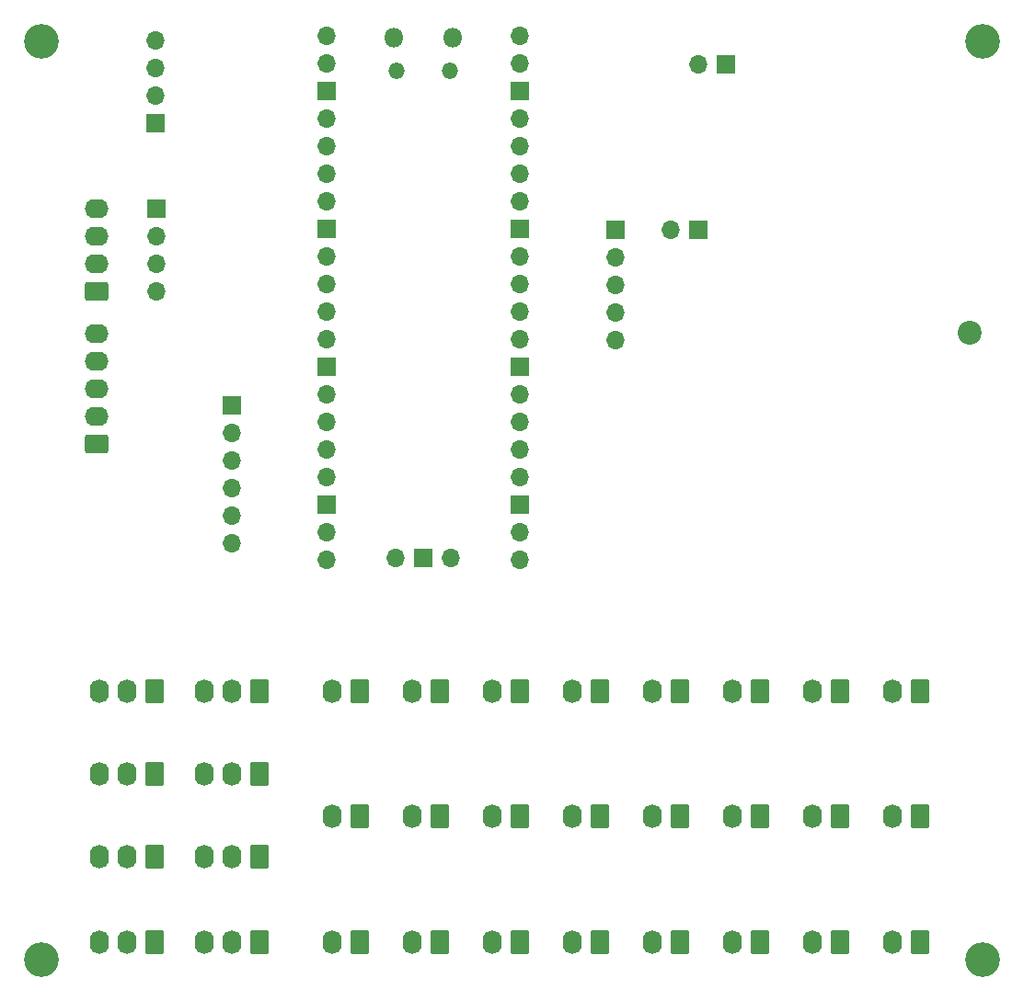
<source format=gbs>
%TF.GenerationSoftware,KiCad,Pcbnew,8.0.2*%
%TF.CreationDate,2024-05-29T13:58:31+02:00*%
%TF.ProjectId,porscheMuehk,706f7273-6368-4654-9d75-65686b2e6b69,rev?*%
%TF.SameCoordinates,Original*%
%TF.FileFunction,Soldermask,Bot*%
%TF.FilePolarity,Negative*%
%FSLAX46Y46*%
G04 Gerber Fmt 4.6, Leading zero omitted, Abs format (unit mm)*
G04 Created by KiCad (PCBNEW 8.0.2) date 2024-05-29 13:58:31*
%MOMM*%
%LPD*%
G01*
G04 APERTURE LIST*
G04 Aperture macros list*
%AMRoundRect*
0 Rectangle with rounded corners*
0 $1 Rounding radius*
0 $2 $3 $4 $5 $6 $7 $8 $9 X,Y pos of 4 corners*
0 Add a 4 corners polygon primitive as box body*
4,1,4,$2,$3,$4,$5,$6,$7,$8,$9,$2,$3,0*
0 Add four circle primitives for the rounded corners*
1,1,$1+$1,$2,$3*
1,1,$1+$1,$4,$5*
1,1,$1+$1,$6,$7*
1,1,$1+$1,$8,$9*
0 Add four rect primitives between the rounded corners*
20,1,$1+$1,$2,$3,$4,$5,0*
20,1,$1+$1,$4,$5,$6,$7,0*
20,1,$1+$1,$6,$7,$8,$9,0*
20,1,$1+$1,$8,$9,$2,$3,0*%
G04 Aperture macros list end*
%ADD10RoundRect,0.250000X0.620000X0.845000X-0.620000X0.845000X-0.620000X-0.845000X0.620000X-0.845000X0*%
%ADD11O,1.740000X2.190000*%
%ADD12C,3.200000*%
%ADD13C,2.200000*%
%ADD14R,1.700000X1.700000*%
%ADD15O,1.700000X1.700000*%
%ADD16RoundRect,0.250000X0.845000X-0.620000X0.845000X0.620000X-0.845000X0.620000X-0.845000X-0.620000X0*%
%ADD17O,2.190000X1.740000*%
%ADD18O,1.800000X1.800000*%
%ADD19O,1.500000X1.500000*%
G04 APERTURE END LIST*
D10*
%TO.C,J42*%
X91313000Y-106152000D03*
D11*
X88773000Y-106152000D03*
%TD*%
D12*
%TO.C,REF\u002A\u002A*%
X111800000Y-107800000D03*
%TD*%
%TO.C,REF\u002A\u002A*%
X111800000Y-23200000D03*
%TD*%
D10*
%TO.C,J41*%
X83947000Y-106152000D03*
D11*
X81407000Y-106152000D03*
%TD*%
D10*
%TO.C,J30*%
X61849000Y-94595000D03*
D11*
X59309000Y-94595000D03*
%TD*%
D10*
%TO.C,J33*%
X83947000Y-94595000D03*
D11*
X81407000Y-94595000D03*
%TD*%
D10*
%TO.C,J23*%
X69215000Y-83038000D03*
D11*
X66675000Y-83038000D03*
%TD*%
D10*
%TO.C,J44*%
X106045000Y-106152000D03*
D11*
X103505000Y-106152000D03*
%TD*%
D10*
%TO.C,J29*%
X54483000Y-94595000D03*
D11*
X51943000Y-94595000D03*
%TD*%
D13*
%TO.C,REF\u002A\u002A*%
X110628000Y-50033000D03*
%TD*%
D10*
%TO.C,J36*%
X106045000Y-94595000D03*
D11*
X103505000Y-94595000D03*
%TD*%
D10*
%TO.C,J20*%
X45212000Y-83058000D03*
D11*
X42672000Y-83058000D03*
X40132000Y-83058000D03*
%TD*%
D10*
%TO.C,J16*%
X35560000Y-83058000D03*
D11*
X33020000Y-83058000D03*
X30480000Y-83058000D03*
%TD*%
D10*
%TO.C,J28*%
X106045000Y-83038000D03*
D11*
X103505000Y-83038000D03*
%TD*%
D10*
%TO.C,J32*%
X76581000Y-94595000D03*
D11*
X74041000Y-94595000D03*
%TD*%
D10*
%TO.C,J34*%
X91313000Y-94595000D03*
D11*
X88773000Y-94595000D03*
%TD*%
D10*
%TO.C,J38*%
X61849000Y-106152000D03*
D11*
X59309000Y-106152000D03*
%TD*%
D10*
%TO.C,J22*%
X61849000Y-83038000D03*
D11*
X59309000Y-83038000D03*
%TD*%
D10*
%TO.C,J13*%
X35560000Y-106176000D03*
D11*
X33020000Y-106176000D03*
X30480000Y-106176000D03*
%TD*%
D10*
%TO.C,J39*%
X69215000Y-106152000D03*
D11*
X66675000Y-106152000D03*
%TD*%
D10*
%TO.C,J40*%
X76581000Y-106152000D03*
D11*
X74041000Y-106152000D03*
%TD*%
D14*
%TO.C,J3*%
X35712000Y-38608000D03*
D15*
X35712000Y-41148000D03*
X35712000Y-43688000D03*
X35712000Y-46228000D03*
%TD*%
D10*
%TO.C,J31*%
X69215000Y-94595000D03*
D11*
X66675000Y-94595000D03*
%TD*%
D10*
%TO.C,J26*%
X91313000Y-83038000D03*
D11*
X88773000Y-83038000D03*
%TD*%
D10*
%TO.C,J35*%
X98679000Y-94595000D03*
D11*
X96139000Y-94595000D03*
%TD*%
D10*
%TO.C,J14*%
X35560000Y-98298000D03*
D11*
X33020000Y-98298000D03*
X30480000Y-98298000D03*
%TD*%
D10*
%TO.C,J25*%
X83947000Y-83038000D03*
D11*
X81407000Y-83038000D03*
%TD*%
D14*
%TO.C,J1*%
X35687000Y-30734000D03*
D15*
X35687000Y-28194000D03*
X35687000Y-25654000D03*
X35687000Y-23114000D03*
%TD*%
D14*
%TO.C,J4*%
X42697000Y-56769000D03*
D15*
X42697000Y-59309000D03*
X42697000Y-61849000D03*
X42697000Y-64389000D03*
X42697000Y-66929000D03*
X42697000Y-69469000D03*
%TD*%
D10*
%TO.C,J19*%
X45212000Y-90678000D03*
D11*
X42672000Y-90678000D03*
X40132000Y-90678000D03*
%TD*%
D10*
%TO.C,J21*%
X54483000Y-83038000D03*
D11*
X51943000Y-83038000D03*
%TD*%
D16*
%TO.C,J2*%
X30246000Y-46228000D03*
D17*
X30246000Y-43688000D03*
X30246000Y-41148000D03*
X30246000Y-38608000D03*
%TD*%
D16*
%TO.C,J45*%
X30246000Y-60325000D03*
D17*
X30246000Y-57785000D03*
X30246000Y-55245000D03*
X30246000Y-52705000D03*
X30246000Y-50165000D03*
%TD*%
D10*
%TO.C,J27*%
X98679000Y-83038000D03*
D11*
X96139000Y-83038000D03*
%TD*%
D14*
%TO.C,J5*%
X77958000Y-40543000D03*
D15*
X77958000Y-43083000D03*
X77958000Y-45623000D03*
X77958000Y-48163000D03*
X77958000Y-50703000D03*
%TD*%
D12*
%TO.C,REF\u002A\u002A*%
X25200000Y-107800000D03*
%TD*%
D10*
%TO.C,J37*%
X54483000Y-106152000D03*
D11*
X51943000Y-106152000D03*
%TD*%
D10*
%TO.C,J43*%
X98679000Y-106152000D03*
D11*
X96139000Y-106152000D03*
%TD*%
D14*
%TO.C,J8*%
X88118000Y-25298000D03*
D15*
X85578000Y-25298000D03*
%TD*%
D12*
%TO.C,REF\u002A\u002A*%
X25200000Y-23200000D03*
%TD*%
D10*
%TO.C,J18*%
X45212000Y-98298000D03*
D11*
X42672000Y-98298000D03*
X40132000Y-98298000D03*
%TD*%
D14*
%TO.C,J7*%
X85578000Y-40538000D03*
D15*
X83038000Y-40538000D03*
%TD*%
D18*
%TO.C,U1*%
X57588000Y-22863000D03*
D19*
X57888000Y-25893000D03*
X62738000Y-25893000D03*
D18*
X63038000Y-22863000D03*
D15*
X51423000Y-22733000D03*
X51423000Y-25273000D03*
D14*
X51423000Y-27813000D03*
D15*
X51423000Y-30353000D03*
X51423000Y-32893000D03*
X51423000Y-35433000D03*
X51423000Y-37973000D03*
D14*
X51423000Y-40513000D03*
D15*
X51423000Y-43053000D03*
X51423000Y-45593000D03*
X51423000Y-48133000D03*
X51423000Y-50673000D03*
D14*
X51423000Y-53213000D03*
D15*
X51423000Y-55753000D03*
X51423000Y-58293000D03*
X51423000Y-60833000D03*
X51423000Y-63373000D03*
D14*
X51423000Y-65913000D03*
D15*
X51423000Y-68453000D03*
X51423000Y-70993000D03*
X69203000Y-70993000D03*
X69203000Y-68453000D03*
D14*
X69203000Y-65913000D03*
D15*
X69203000Y-63373000D03*
X69203000Y-60833000D03*
X69203000Y-58293000D03*
X69203000Y-55753000D03*
D14*
X69203000Y-53213000D03*
D15*
X69203000Y-50673000D03*
X69203000Y-48133000D03*
X69203000Y-45593000D03*
X69203000Y-43053000D03*
D14*
X69203000Y-40513000D03*
D15*
X69203000Y-37973000D03*
X69203000Y-35433000D03*
X69203000Y-32893000D03*
X69203000Y-30353000D03*
D14*
X69203000Y-27813000D03*
D15*
X69203000Y-25273000D03*
X69203000Y-22733000D03*
X57773000Y-70763000D03*
D14*
X60313000Y-70763000D03*
D15*
X62853000Y-70763000D03*
%TD*%
D10*
%TO.C,J17*%
X45212000Y-106176000D03*
D11*
X42672000Y-106176000D03*
X40132000Y-106176000D03*
%TD*%
D10*
%TO.C,J24*%
X76581000Y-83038000D03*
D11*
X74041000Y-83038000D03*
%TD*%
D10*
%TO.C,J15*%
X35560000Y-90678000D03*
D11*
X33020000Y-90678000D03*
X30480000Y-90678000D03*
%TD*%
M02*

</source>
